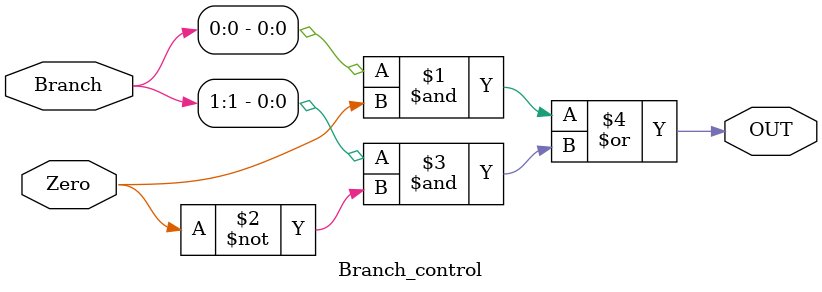
<source format=v>
module Branch_control (
	input [1:0]Branch,//bne beq
	input Zero,
	output OUT
);
	assign OUT = (Branch[0] & Zero)| (Branch[1] & ~Zero);
endmodule
</source>
